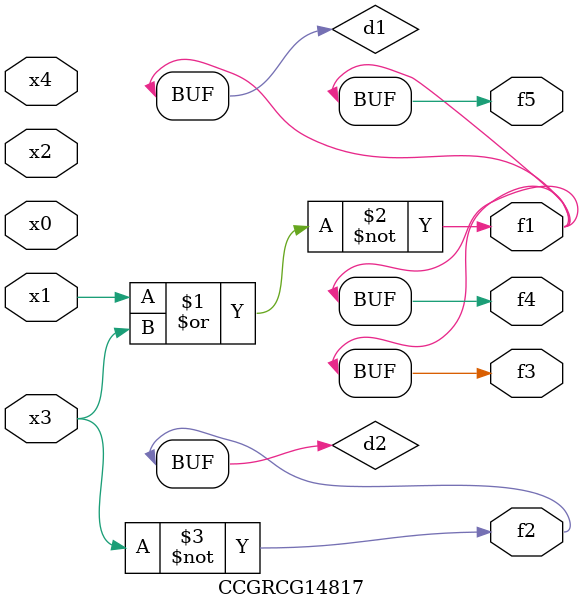
<source format=v>
module CCGRCG14817(
	input x0, x1, x2, x3, x4,
	output f1, f2, f3, f4, f5
);

	wire d1, d2;

	nor (d1, x1, x3);
	not (d2, x3);
	assign f1 = d1;
	assign f2 = d2;
	assign f3 = d1;
	assign f4 = d1;
	assign f5 = d1;
endmodule

</source>
